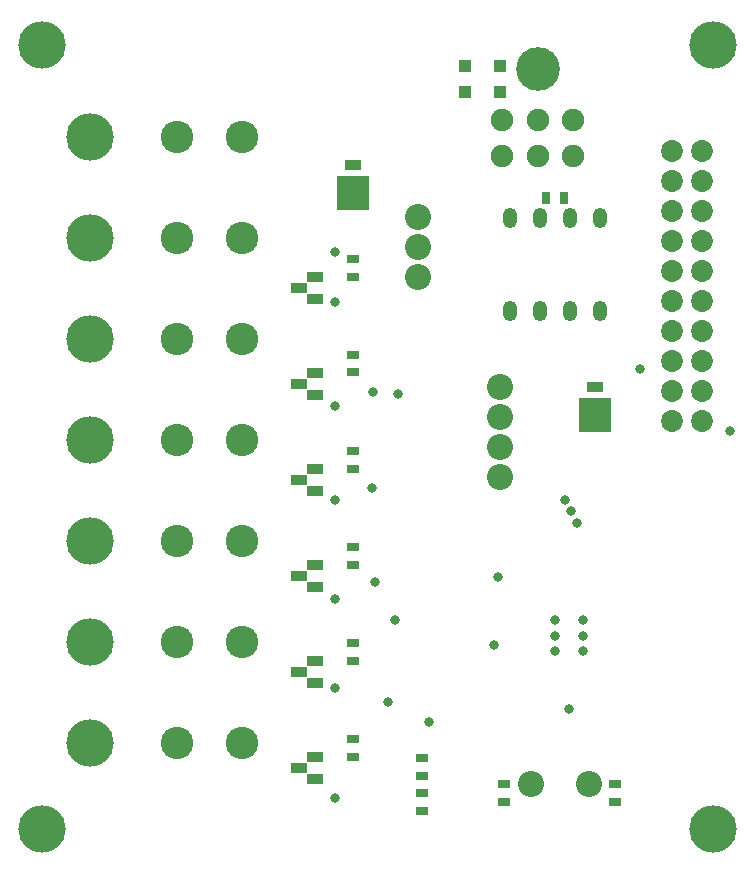
<source format=gbs>
G04 Layer_Color=16711935*
%FSLAX43Y43*%
%MOMM*%
G71*
G01*
G75*
%ADD40R,1.003X0.703*%
%ADD42R,0.703X1.003*%
%ADD46R,2.743X2.870*%
%ADD47R,1.473X0.965*%
%ADD50C,2.203*%
%ADD51C,4.013*%
%ADD52C,1.854*%
%ADD53C,2.743*%
%ADD54C,1.903*%
%ADD55C,3.703*%
%ADD56O,1.219X1.727*%
%ADD57C,0.838*%
%ADD58R,1.003X1.003*%
%ADD59R,1.453X0.853*%
D40*
X56420Y19586D02*
D03*
Y18086D02*
D03*
Y15130D02*
D03*
Y16630D02*
D03*
X63302Y17363D02*
D03*
Y15863D02*
D03*
X72706Y17363D02*
D03*
Y15863D02*
D03*
X50561Y60312D02*
D03*
Y61812D02*
D03*
Y52225D02*
D03*
Y53725D02*
D03*
Y44058D02*
D03*
Y45558D02*
D03*
Y35926D02*
D03*
Y37426D02*
D03*
Y27800D02*
D03*
Y29300D02*
D03*
Y19674D02*
D03*
Y21174D02*
D03*
D42*
X68392Y66998D02*
D03*
X66892D02*
D03*
D46*
X50546Y67437D02*
D03*
X71000Y48623D02*
D03*
D47*
X50546Y69786D02*
D03*
X71000Y50973D02*
D03*
D50*
X65642Y17375D02*
D03*
X70522D02*
D03*
X62976Y48468D02*
D03*
Y51008D02*
D03*
Y45928D02*
D03*
Y43388D02*
D03*
X56047Y60337D02*
D03*
Y62877D02*
D03*
Y65417D02*
D03*
D51*
X81004Y13539D02*
D03*
X24190Y13532D02*
D03*
X81004Y79978D02*
D03*
X24190Y79971D02*
D03*
X28321Y72136D02*
D03*
Y63585D02*
D03*
Y55033D02*
D03*
Y46482D02*
D03*
Y37931D02*
D03*
Y29379D02*
D03*
Y20828D02*
D03*
D52*
X80096Y70963D02*
D03*
X77556D02*
D03*
Y68423D02*
D03*
X80096D02*
D03*
Y63343D02*
D03*
X77556D02*
D03*
Y65883D02*
D03*
X80096D02*
D03*
Y55723D02*
D03*
X77556D02*
D03*
Y53183D02*
D03*
X80096D02*
D03*
Y58263D02*
D03*
X77556D02*
D03*
Y60803D02*
D03*
X80096D02*
D03*
Y48103D02*
D03*
X77556D02*
D03*
Y50643D02*
D03*
X80096D02*
D03*
D53*
X35611Y72136D02*
D03*
X41123D02*
D03*
X35611Y63585D02*
D03*
X41123D02*
D03*
X35611Y55033D02*
D03*
X41123D02*
D03*
X35611Y46482D02*
D03*
X41123D02*
D03*
X35611Y37931D02*
D03*
X41123D02*
D03*
X35611Y29379D02*
D03*
X41123D02*
D03*
X35611Y20828D02*
D03*
X41123D02*
D03*
D54*
X63176Y70561D02*
D03*
X66176D02*
D03*
X69176D02*
D03*
Y73561D02*
D03*
X63176D02*
D03*
X66176D02*
D03*
D55*
Y77881D02*
D03*
D56*
X71447Y65313D02*
D03*
X63827D02*
D03*
X71447Y57439D02*
D03*
X63827D02*
D03*
X68907D02*
D03*
X66367D02*
D03*
Y65313D02*
D03*
X68907D02*
D03*
D57*
X49066Y62419D02*
D03*
Y58215D02*
D03*
Y49392D02*
D03*
Y41428D02*
D03*
Y33020D02*
D03*
Y25529D02*
D03*
Y16233D02*
D03*
X70040Y28616D02*
D03*
Y29946D02*
D03*
Y31276D02*
D03*
X67616Y28616D02*
D03*
Y29946D02*
D03*
Y31276D02*
D03*
X68990Y40462D02*
D03*
X69484Y39502D02*
D03*
X82495Y47231D02*
D03*
X56990Y22594D02*
D03*
X68831Y23775D02*
D03*
X62491Y29188D02*
D03*
X62818Y34878D02*
D03*
X74857Y52554D02*
D03*
X68496Y41423D02*
D03*
X53478Y24295D02*
D03*
X54082Y31230D02*
D03*
X52407Y34447D02*
D03*
X52136Y42464D02*
D03*
X52220Y50571D02*
D03*
X54325Y50367D02*
D03*
D58*
X60010Y75979D02*
D03*
Y78179D02*
D03*
X63010Y75979D02*
D03*
Y78179D02*
D03*
D59*
X47307Y58414D02*
D03*
X45957Y59364D02*
D03*
X47307Y50286D02*
D03*
X45957Y51236D02*
D03*
X47307Y42158D02*
D03*
X45957Y43108D02*
D03*
X47307Y34030D02*
D03*
X45957Y34980D02*
D03*
X47307Y25902D02*
D03*
X45957Y26852D02*
D03*
X47307Y19674D02*
D03*
Y17774D02*
D03*
X45957Y18724D02*
D03*
X47307Y35930D02*
D03*
Y27802D02*
D03*
Y44058D02*
D03*
Y52186D02*
D03*
Y60314D02*
D03*
M02*

</source>
